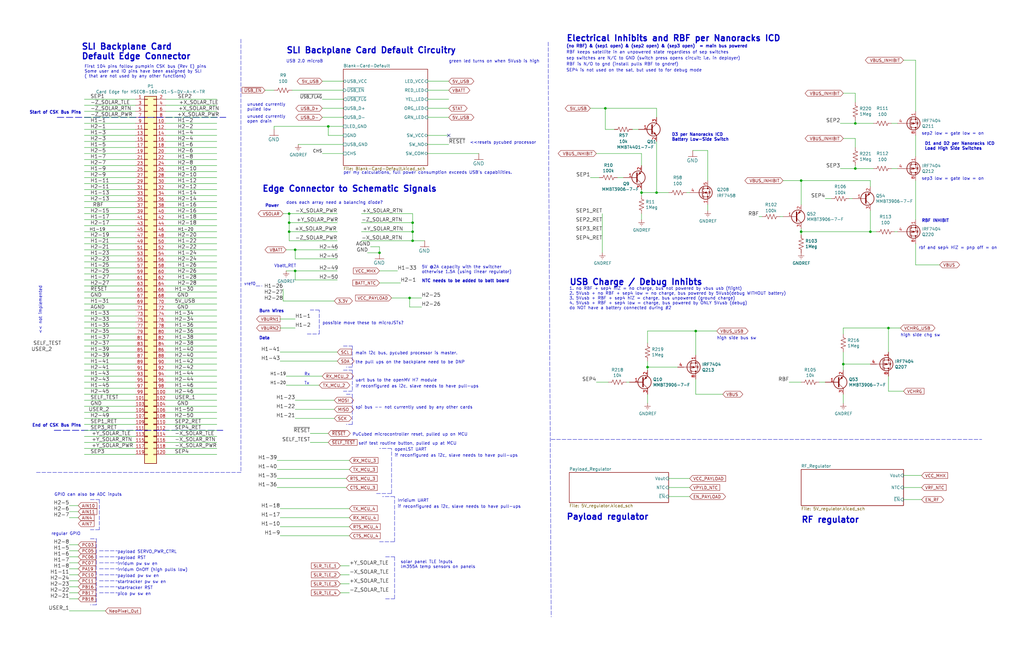
<source format=kicad_sch>
(kicad_sch (version 20211123) (generator eeschema)
  (paper "B")
  (title_block (title "Blank Card for SLI Backplane") (date "2021-11-05") (rev "A") (company "Sierra Lobo INC"))
  (junction (at 173.99 97.79))
  (junction (at 121.92 90.17))
  (junction (at 173.99 93.98))
  (junction (at 138.43 53.34))
  (junction (at 121.92 93.98))
  (junction (at 270.51 81.28))
  (junction (at 337.82 76.2))
  (junction (at 374.65 138.43))
  (junction (at 160.02 106.68))
  (junction (at 273.05 154.94))
  (junction (at 293.37 139.7))
  (junction (at 276.86 81.28))
  (junction (at 172.72 125.73))
  (junction (at 124.46 114.3))
  (junction (at 121.92 97.79))
  (junction (at 367.03 97.79))
  (junction (at 255.27 45.72))
  (junction (at 360.68 52.07))
  (junction (at 124.46 105.41))
  (junction (at 337.82 97.79))
  (junction (at 355.6 153.67))
  (junction (at 173.99 101.6))
  (junction (at 360.68 71.12))
  (no_connect (at 189.23 57.15))
  (wire (pts (xy 91.44 125.73) (xy 69.85 125.73)))
  (wire (pts (xy 91.44 49.53) (xy 69.85 49.53)))
  (polyline (pts (xy 38.1 227.33) (xy 40.64 227.33)))
  (wire (pts (xy 273.05 152.4) (xy 273.05 154.94)))
  (wire (pts (xy 29.21 252.73) (xy 33.02 252.73)))
  (polyline (pts (xy 162.56 252.73) (xy 166.37 252.73)))
  (wire (pts (xy 276.86 45.72) (xy 276.86 49.53)))
  (polyline (pts (xy 101.6 16.51) (xy 101.6 199.39)))
  (wire (pts (xy 91.44 59.69) (xy 69.85 59.69)))
  (wire (pts (xy 57.15 118.11) (xy 35.56 118.11)))
  (wire (pts (xy 189.23 45.72) (xy 180.34 45.72)))
  (wire (pts (xy 91.44 181.61) (xy 69.85 181.61)))
  (wire (pts (xy 57.15 125.73) (xy 35.56 125.73)))
  (wire (pts (xy 91.44 158.75) (xy 69.85 158.75)))
  (wire (pts (xy 57.15 120.65) (xy 35.56 120.65)))
  (wire (pts (xy 180.34 64.77) (xy 201.93 64.77)))
  (wire (pts (xy 118.11 138.43) (xy 124.46 138.43)))
  (wire (pts (xy 255.27 54.61) (xy 259.08 54.61)))
  (wire (pts (xy 130.81 182.88) (xy 138.43 182.88)))
  (wire (pts (xy 355.6 153.67) (xy 355.6 156.21)))
  (polyline (pts (xy 107.95 120.65) (xy 110.49 120.65)))
  (wire (pts (xy 270.51 90.17) (xy 270.51 92.71)))
  (wire (pts (xy 360.68 39.37) (xy 360.68 43.18)))
  (wire (pts (xy 135.89 45.72) (xy 144.78 45.72)))
  (wire (pts (xy 29.21 247.65) (xy 33.02 247.65)))
  (polyline (pts (xy 144.78 156.21) (xy 148.59 156.21)))
  (wire (pts (xy 57.15 171.45) (xy 35.56 171.45)))
  (wire (pts (xy 140.97 176.53) (xy 124.46 176.53)))
  (wire (pts (xy 273.05 166.37) (xy 273.05 170.18)))
  (wire (pts (xy 189.23 34.29) (xy 180.34 34.29)))
  (wire (pts (xy 57.15 67.31) (xy 35.56 67.31)))
  (wire (pts (xy 328.93 91.44) (xy 330.2 91.44)))
  (wire (pts (xy 57.15 140.97) (xy 35.56 140.97)))
  (wire (pts (xy 91.44 156.21) (xy 69.85 156.21)))
  (wire (pts (xy 367.03 97.79) (xy 369.57 97.79)))
  (polyline (pts (xy 49.53 240.03) (xy 49.53 240.03)))
  (wire (pts (xy 124.46 118.11) (xy 124.46 114.3)))
  (wire (pts (xy 29.21 237.49) (xy 33.02 237.49)))
  (polyline (pts (xy 166.37 228.6) (xy 166.37 209.55)))
  (wire (pts (xy 91.44 85.09) (xy 69.85 85.09)))
  (polyline (pts (xy 40.64 255.27) (xy 38.1 255.27)))
  (wire (pts (xy 57.15 41.91) (xy 35.56 41.91)))
  (polyline (pts (xy 41.91 237.49) (xy 49.53 237.49)))
  (wire (pts (xy 91.44 67.31) (xy 69.85 67.31)))
  (wire (pts (xy 173.99 93.98) (xy 152.4 93.98)))
  (wire (pts (xy 121.92 97.79) (xy 121.92 101.6)))
  (wire (pts (xy 355.6 58.42) (xy 360.68 58.42)))
  (wire (pts (xy 386.08 102.87) (xy 386.08 111.76)))
  (polyline (pts (xy 162.56 234.95) (xy 166.37 234.95)))
  (wire (pts (xy 91.44 128.27) (xy 69.85 128.27)))
  (polyline (pts (xy 49.53 237.49) (xy 49.53 237.49)))
  (wire (pts (xy 57.15 62.23) (xy 35.56 62.23)))
  (wire (pts (xy 57.15 151.13) (xy 35.56 151.13)))
  (wire (pts (xy 156.21 104.14) (xy 160.02 104.14)))
  (polyline (pts (xy 146.05 166.37) (xy 148.59 166.37)))
  (wire (pts (xy 320.04 91.44) (xy 321.31 91.44)))
  (wire (pts (xy 173.99 90.17) (xy 173.99 93.98)))
  (wire (pts (xy 285.75 154.94) (xy 273.05 154.94)))
  (polyline (pts (xy 101.6 199.39) (xy 15.24 199.39)))
  (polyline (pts (xy 41.91 234.95) (xy 49.53 234.95)))
  (wire (pts (xy 142.24 148.59) (xy 118.11 148.59)))
  (wire (pts (xy 91.44 191.77) (xy 69.85 191.77)))
  (wire (pts (xy 360.68 71.12) (xy 354.33 71.12)))
  (wire (pts (xy 91.44 62.23) (xy 69.85 62.23)))
  (wire (pts (xy 337.82 76.2) (xy 337.82 86.36)))
  (wire (pts (xy 57.15 130.81) (xy 35.56 130.81)))
  (polyline (pts (xy 41.91 242.57) (xy 49.53 242.57)))
  (wire (pts (xy 189.23 49.53) (xy 180.34 49.53)))
  (wire (pts (xy 140.97 168.91) (xy 124.46 168.91)))
  (wire (pts (xy 57.15 59.69) (xy 35.56 59.69)))
  (wire (pts (xy 270.51 64.77) (xy 270.51 69.85)))
  (wire (pts (xy 358.14 83.82) (xy 359.41 83.82)))
  (wire (pts (xy 273.05 156.21) (xy 273.05 154.94)))
  (wire (pts (xy 337.82 96.52) (xy 337.82 97.79)))
  (wire (pts (xy 91.44 184.15) (xy 69.85 184.15)))
  (wire (pts (xy 177.8 125.73) (xy 172.72 125.73)))
  (wire (pts (xy 116.84 194.31) (xy 147.32 194.31)))
  (wire (pts (xy 367.03 153.67) (xy 355.6 153.67)))
  (polyline (pts (xy 148.59 146.05) (xy 148.59 154.94)))
  (wire (pts (xy 355.6 138.43) (xy 355.6 140.97)))
  (polyline (pts (xy 41.91 210.82) (xy 41.91 223.52)))
  (wire (pts (xy 123.19 38.1) (xy 144.78 38.1)))
  (wire (pts (xy 276.86 81.28) (xy 281.94 81.28)))
  (wire (pts (xy 355.6 166.37) (xy 355.6 170.18)))
  (polyline (pts (xy 41.91 245.11) (xy 49.53 245.11)))
  (wire (pts (xy 57.15 153.67) (xy 35.56 153.67)))
  (wire (pts (xy 143.51 250.19) (xy 147.32 250.19)))
  (wire (pts (xy 121.92 90.17) (xy 121.92 93.98)))
  (wire (pts (xy 119.38 90.17) (xy 121.92 90.17)))
  (wire (pts (xy 270.51 81.28) (xy 270.51 82.55)))
  (wire (pts (xy 125.73 60.96) (xy 144.78 60.96)))
  (wire (pts (xy 91.44 54.61) (xy 69.85 54.61)))
  (wire (pts (xy 167.64 114.3) (xy 160.02 114.3)))
  (wire (pts (xy 91.44 82.55) (xy 69.85 82.55)))
  (wire (pts (xy 57.15 181.61) (xy 35.56 181.61)))
  (wire (pts (xy 57.15 148.59) (xy 35.56 148.59)))
  (polyline (pts (xy 148.59 179.07) (xy 146.05 179.07)))
  (wire (pts (xy 116.84 198.12) (xy 147.32 198.12)))
  (polyline (pts (xy 166.37 209.55) (xy 161.29 209.55)))
  (wire (pts (xy 57.15 156.21) (xy 35.56 156.21)))
  (wire (pts (xy 135.89 64.77) (xy 144.78 64.77)))
  (wire (pts (xy 91.44 173.99) (xy 69.85 173.99)))
  (wire (pts (xy 355.6 148.59) (xy 355.6 153.67)))
  (wire (pts (xy 138.43 57.15) (xy 138.43 53.34)))
  (polyline (pts (xy 148.59 154.94) (xy 146.05 154.94)))
  (wire (pts (xy 91.44 186.69) (xy 69.85 186.69)))
  (wire (pts (xy 57.15 69.85) (xy 35.56 69.85)))
  (wire (pts (xy 189.23 60.96) (xy 180.34 60.96)))
  (wire (pts (xy 355.6 39.37) (xy 360.68 39.37)))
  (wire (pts (xy 57.15 95.25) (xy 35.56 95.25)))
  (wire (pts (xy 330.2 76.2) (xy 337.82 76.2)))
  (wire (pts (xy 273.05 139.7) (xy 273.05 144.78)))
  (polyline (pts (xy 134.62 130.81) (xy 130.81 130.81)))
  (wire (pts (xy 57.15 52.07) (xy 35.56 52.07)))
  (polyline (pts (xy 158.75 208.28) (xy 165.1 208.28)))
  (wire (pts (xy 91.44 168.91) (xy 69.85 168.91)))
  (wire (pts (xy 91.44 151.13) (xy 69.85 151.13)))
  (wire (pts (xy 289.56 81.28) (xy 290.83 81.28)))
  (wire (pts (xy 57.15 44.45) (xy 35.56 44.45)))
  (polyline (pts (xy 40.64 227.33) (xy 40.64 255.27)))
  (wire (pts (xy 252.73 74.93) (xy 248.92 74.93)))
  (wire (pts (xy 381 25.4) (xy 386.08 25.4)))
  (wire (pts (xy 367.03 88.9) (xy 367.03 97.79)))
  (wire (pts (xy 57.15 46.99) (xy 35.56 46.99)))
  (wire (pts (xy 57.15 158.75) (xy 35.56 158.75)))
  (wire (pts (xy 57.15 113.03) (xy 35.56 113.03)))
  (wire (pts (xy 121.92 101.6) (xy 142.24 101.6)))
  (wire (pts (xy 33.02 218.44) (xy 29.21 218.44)))
  (wire (pts (xy 172.72 129.54) (xy 177.8 129.54)))
  (wire (pts (xy 168.91 119.38) (xy 160.02 119.38)))
  (wire (pts (xy 91.44 87.63) (xy 69.85 87.63)))
  (wire (pts (xy 374.65 138.43) (xy 374.65 148.59)))
  (wire (pts (xy 29.21 242.57) (xy 33.02 242.57)))
  (wire (pts (xy 293.37 160.02) (xy 293.37 166.37)))
  (wire (pts (xy 270.51 80.01) (xy 270.51 81.28)))
  (wire (pts (xy 57.15 54.61) (xy 35.56 54.61)))
  (polyline (pts (xy 41.91 240.03) (xy 49.53 240.03)))
  (wire (pts (xy 266.7 54.61) (xy 269.24 54.61)))
  (wire (pts (xy 29.21 232.41) (xy 33.02 232.41)))
  (wire (pts (xy 298.45 63.5) (xy 292.1 63.5)))
  (wire (pts (xy 91.44 72.39) (xy 69.85 72.39)))
  (wire (pts (xy 381 205.74) (xy 388.62 205.74)))
  (wire (pts (xy 302.26 139.7) (xy 293.37 139.7)))
  (wire (pts (xy 120.65 162.56) (xy 134.62 162.56)))
  (wire (pts (xy 135.89 41.91) (xy 144.78 41.91)))
  (wire (pts (xy 91.44 153.67) (xy 69.85 153.67)))
  (wire (pts (xy 248.92 45.72) (xy 255.27 45.72)))
  (wire (pts (xy 293.37 166.37) (xy 304.8 166.37)))
  (wire (pts (xy 172.72 125.73) (xy 172.72 129.54)))
  (polyline (pts (xy 134.62 140.97) (xy 134.62 130.81)))
  (wire (pts (xy 57.15 107.95) (xy 35.56 107.95)))
  (wire (pts (xy 57.15 168.91) (xy 35.56 168.91)))
  (wire (pts (xy 57.15 166.37) (xy 35.56 166.37)))
  (wire (pts (xy 124.46 114.3) (xy 142.24 114.3)))
  (wire (pts (xy 124.46 109.22) (xy 142.24 109.22)))
  (wire (pts (xy 386.08 76.2) (xy 386.08 92.71)))
  (polyline (pts (xy 148.59 165.1) (xy 144.78 165.1)))
  (wire (pts (xy 360.68 50.8) (xy 360.68 52.07)))
  (wire (pts (xy 377.19 97.79) (xy 378.46 97.79)))
  (wire (pts (xy 189.23 57.15) (xy 180.34 57.15)))
  (wire (pts (xy 360.68 58.42) (xy 360.68 62.23)))
  (wire (pts (xy 337.82 97.79) (xy 337.82 99.06)))
  (polyline (pts (xy 24.13 49.53) (xy 95.25 49.53)) (stroke (width 0.254)))
  (wire (pts (xy 116.84 201.93) (xy 146.05 201.93)))
  (wire (pts (xy 270.51 81.28) (xy 276.86 81.28)))
  (wire (pts (xy 143.51 246.38) (xy 147.32 246.38)))
  (wire (pts (xy 33.02 250.19) (xy 29.21 250.19)))
  (wire (pts (xy 135.89 34.29) (xy 144.78 34.29)))
  (wire (pts (xy 154.94 106.68) (xy 160.02 106.68)))
  (wire (pts (xy 91.44 123.19) (xy 69.85 123.19)))
  (wire (pts (xy 57.15 105.41) (xy 35.56 105.41)))
  (wire (pts (xy 91.44 148.59) (xy 69.85 148.59)))
  (wire (pts (xy 179.07 101.6) (xy 173.99 101.6)))
  (wire (pts (xy 386.08 111.76) (xy 396.24 111.76)))
  (wire (pts (xy 57.15 74.93) (xy 35.56 74.93)))
  (wire (pts (xy 57.15 135.89) (xy 35.56 135.89)))
  (wire (pts (xy 116.84 205.74) (xy 146.05 205.74)))
  (wire (pts (xy 91.44 80.01) (xy 69.85 80.01)))
  (wire (pts (xy 91.44 107.95) (xy 69.85 107.95)))
  (wire (pts (xy 57.15 90.17) (xy 35.56 90.17)))
  (wire (pts (xy 57.15 191.77) (xy 35.56 191.77)))
  (polyline (pts (xy 166.37 234.95) (xy 166.37 252.73)))
  (wire (pts (xy 118.11 222.25) (xy 147.32 222.25)))
  (wire (pts (xy 57.15 173.99) (xy 35.56 173.99)))
  (wire (pts (xy 375.92 71.12) (xy 378.46 71.12)))
  (polyline (pts (xy 22.86 181.61) (xy 93.98 181.61)) (stroke (width 0.254)))
  (wire (pts (xy 255.27 54.61) (xy 255.27 45.72)))
  (wire (pts (xy 57.15 49.53) (xy 35.56 49.53)))
  (wire (pts (xy 173.99 97.79) (xy 152.4 97.79)))
  (wire (pts (xy 91.44 44.45) (xy 69.85 44.45)))
  (wire (pts (xy 57.15 138.43) (xy 35.56 138.43)))
  (wire (pts (xy 367.03 76.2) (xy 367.03 78.74)))
  (wire (pts (xy 57.15 146.05) (xy 35.56 146.05)))
  (wire (pts (xy 91.44 90.17) (xy 69.85 90.17)))
  (polyline (pts (xy 160.02 228.6) (xy 166.37 228.6)))
  (wire (pts (xy 57.15 92.71) (xy 35.56 92.71)))
  (wire (pts (xy 91.44 41.91) (xy 69.85 41.91)))
  (wire (pts (xy 251.46 64.77) (xy 270.51 64.77)))
  (wire (pts (xy 91.44 143.51) (xy 69.85 143.51)))
  (polyline (pts (xy 41.91 247.65) (xy 49.53 247.65)))
  (wire (pts (xy 57.15 110.49) (xy 35.56 110.49)))
  (wire (pts (xy 140.97 172.72) (xy 124.46 172.72)))
  (wire (pts (xy 91.44 146.05) (xy 69.85 146.05)))
  (wire (pts (xy 57.15 115.57) (xy 35.56 115.57)))
  (wire (pts (xy 173.99 93.98) (xy 173.99 97.79)))
  (wire (pts (xy 57.15 128.27) (xy 35.56 128.27)))
  (wire (pts (xy 290.83 201.93) (xy 281.94 201.93)))
  (wire (pts (xy 91.44 69.85) (xy 69.85 69.85)))
  (wire (pts (xy 91.44 179.07) (xy 69.85 179.07)))
  (wire (pts (xy 144.78 57.15) (xy 138.43 57.15)))
  (wire (pts (xy 91.44 110.49) (xy 69.85 110.49)))
  (polyline (pts (xy 1041.4 464.82) (xy 1041.4 452.12)))
  (wire (pts (xy 57.15 133.35) (xy 35.56 133.35)))
  (wire (pts (xy 57.15 85.09) (xy 35.56 85.09)))
  (polyline (pts (xy 165.1 208.28) (xy 165.1 189.23)))
  (wire (pts (xy 57.15 80.01) (xy 35.56 80.01)))
  (wire (pts (xy 332.74 161.29) (xy 337.82 161.29)))
  (wire (pts (xy 251.46 161.29) (xy 256.54 161.29)))
  (wire (pts (xy 189.23 38.1) (xy 180.34 38.1)))
  (wire (pts (xy 119.38 127) (xy 140.97 127)))
  (wire (pts (xy 355.6 138.43) (xy 374.65 138.43)))
  (wire (pts (xy 115.57 53.34) (xy 138.43 53.34)))
  (wire (pts (xy 298.45 63.5) (xy 298.45 76.2)))
  (wire (pts (xy 388.62 200.66) (xy 381 200.66)))
  (wire (pts (xy 91.44 166.37) (xy 69.85 166.37)))
  (polyline (pts (xy 231.14 17.78) (xy 232.41 260.35)))
  (polyline (pts (xy 129.54 140.97) (xy 134.62 140.97)))
  (wire (pts (xy 57.15 123.19) (xy 35.56 123.19)))
  (wire (pts (xy 375.92 52.07) (xy 378.46 52.07)))
  (wire (pts (xy 254 90.17) (xy 254 106.68)))
  (wire (pts (xy 91.44 57.15) (xy 69.85 57.15)))
  (wire (pts (xy 142.24 152.4) (xy 118.11 152.4)))
  (wire (pts (xy 29.21 257.81) (xy 44.45 257.81)))
  (wire (pts (xy 120.65 105.41) (xy 124.46 105.41)))
  (wire (pts (xy 273.05 139.7) (xy 293.37 139.7)))
  (wire (pts (xy 29.21 215.9) (xy 33.02 215.9)))
  (wire (pts (xy 115.57 53.34) (xy 115.57 54.61)))
  (wire (pts (xy 347.98 83.82) (xy 350.52 83.82)))
  (wire (pts (xy 91.44 163.83) (xy 69.85 163.83)))
  (wire (pts (xy 57.15 97.79) (xy 35.56 97.79)))
  (wire (pts (xy 379.73 138.43) (xy 374.65 138.43)))
  (wire (pts (xy 91.44 100.33) (xy 69.85 100.33)))
  (polyline (pts (xy 148.59 156.21) (xy 148.59 165.1)))
  (wire (pts (xy 121.92 93.98) (xy 121.92 97.79)))
  (polyline (pts (xy 165.1 189.23) (xy 160.02 189.23)))
  (wire (pts (xy 57.15 87.63) (xy 35.56 87.63)))
  (wire (pts (xy 360.68 71.12) (xy 368.3 71.12)))
  (wire (pts (xy 91.44 92.71) (xy 69.85 92.71)))
  (wire (pts (xy 255.27 45.72) (xy 276.86 45.72)))
  (wire (pts (xy 281.94 205.74) (xy 290.83 205.74)))
  (wire (pts (xy 91.44 130.81) (xy 69.85 130.81)))
  (wire (pts (xy 111.76 38.1) (xy 115.57 38.1)))
  (wire (pts (xy 119.38 127) (xy 119.38 121.92)))
  (wire (pts (xy 142.24 93.98) (xy 121.92 93.98)))
  (wire (pts (xy 124.46 134.62) (xy 118.11 134.62)))
  (wire (pts (xy 374.65 165.1) (xy 381 165.1)))
  (wire (pts (xy 293.37 139.7) (xy 293.37 149.86)))
  (wire (pts (xy 180.34 41.91) (xy 189.23 41.91)))
  (wire (pts (xy 91.44 115.57) (xy 69.85 115.57)))
  (wire (pts (xy 130.81 186.69) (xy 138.43 186.69)))
  (wire (pts (xy 260.35 74.93) (xy 262.89 74.93)))
  (wire (pts (xy 33.02 240.03) (xy 29.21 240.03)))
  (wire (pts (xy 142.24 105.41) (xy 124.46 105.41)))
  (wire (pts (xy 143.51 238.76) (xy 147.32 238.76)))
  (wire (pts (xy 91.44 77.47) (xy 69.85 77.47)))
  (wire (pts (xy 144.78 53.34) (xy 138.43 53.34)))
  (wire (pts (xy 91.44 176.53) (xy 69.85 176.53)))
  (wire (pts (xy 135.89 49.53) (xy 144.78 49.53)))
  (wire (pts (xy 91.44 118.11) (xy 69.85 118.11)))
  (wire (pts (xy 264.16 161.29) (xy 265.43 161.29)))
  (wire (pts (xy 57.15 176.53) (xy 35.56 176.53)))
  (wire (pts (xy 337.82 97.79) (xy 367.03 97.79)))
  (wire (pts (xy 381 210.82) (xy 388.62 210.82)))
  (wire (pts (xy 57.15 72.39) (xy 35.56 72.39)))
  (wire (pts (xy 91.44 105.41) (xy 69.85 105.41)))
  (wire (pts (xy 91.44 189.23) (xy 69.85 189.23)))
  (wire (pts (xy 57.15 189.23) (xy 35.56 189.23)))
  (wire (pts (xy 91.44 95.25) (xy 69.85 95.25)))
  (wire (pts (xy 91.44 74.93) (xy 69.85 74.93)))
  (wire (pts (xy 57.15 102.87) (xy 35.56 102.87)))
  (wire (pts (xy 91.44 140.97) (xy 69.85 140.97)))
  (wire (pts (xy 124.46 105.41) (xy 124.46 109.22)))
  (wire (pts (xy 143.51 242.57) (xy 147.32 242.57)))
  (wire (pts (xy 118.11 218.44) (xy 147.32 218.44)))
  (wire (pts (xy 29.21 229.87) (xy 33.02 229.87)))
  (wire (pts (xy 57.15 163.83) (xy 35.56 163.83)))
  (wire (pts (xy 57.15 184.15) (xy 35.56 184.15)))
  (polyline (pts (xy 41.91 232.41) (xy 49.53 232.41)))
  (polyline (pts (xy 38.1 210.82) (xy 41.91 210.82)))
  (wire (pts (xy 374.65 158.75) (xy 374.65 165.1)))
  (wire (pts (xy 360.68 52.07) (xy 368.3 52.07)))
  (wire (pts (xy 57.15 100.33) (xy 35.56 100.33)))
  (wire (pts (xy 91.44 171.45) (xy 69.85 171.45)))
  (wire (pts (xy 281.94 209.55) (xy 290.83 209.55)))
  (wire (pts (xy 386.08 25.4) (xy 386.08 46.99)))
  (wire (pts (xy 121.92 90.17) (xy 142.24 90.17)))
  (wire (pts (xy 91.44 120.65) (xy 69.85 120.65)))
  (wire (pts (xy 57.15 186.69) (xy 35.56 186.69)))
  (wire (pts (xy 91.44 102.87) (xy 69.85 102.87)))
  (wire (pts (xy 276.86 59.69) (xy 276.86 81.28)))
  (wire (pts (xy 57.15 143.51) (xy 35.56 143.51)))
  (wire (pts (xy 57.15 57.15) (xy 35.56 57.15)))
  (wire (pts (xy 142.24 97.79) (xy 121.92 97.79)))
  (wire (pts (xy 91.44 135.89) (xy 69.85 135.89)))
  (wire (pts (xy 160.02 104.14) (xy 160.02 106.68)))
  (wire (pts (xy 386.08 66.04) (xy 386.08 57.15)))
  (wire (pts (xy 173.99 90.17) (xy 152.4 90.17)))
  (wire (pts (xy 173.99 101.6) (xy 152.4 101.6)))
  (polyline (pts (xy 41.91 250.19) (xy 49.53 250.19)))
  (wire (pts (xy 91.44 113.03) (xy 69.85 113.03)))
  (wire (pts (xy 57.15 64.77) (xy 35.56 64.77)))
  (polyline (pts (xy 148.59 166.37) (xy 148.59 179.07)))
  (wire (pts (xy 91.44 64.77) (xy 69.85 64.77)))
  (polyline (pts (xy 41.91 223.52) (xy 38.1 223.52)))
  (wire (pts (xy 345.44 161.29) (xy 347.98 161.29)))
  (wire (pts (xy 91.44 46.99) (xy 69.85 46.99)))
  (wire (pts (xy 91.44 161.29) (xy 69.85 161.29)))
  (wire (pts (xy 91.44 97.79) (xy 69.85 97.79)))
  (wire (pts (xy 124.46 118.11) (xy 142.24 118.11)))
  (wire (pts (xy 33.02 245.11) (xy 29.21 245.11)))
  (wire (pts (xy 337.82 76.2) (xy 367.03 76.2)))
  (wire (pts (xy 360.68 69.85) (xy 360.68 71.12)))
  (wire (pts (xy 33.02 213.36) (xy 29.21 213.36)))
  (polyline (pts (xy 232.41 185.42) (xy 414.02 185.42)))
  (wire (pts (xy 57.15 179.07) (xy 35.56 179.07)))
  (wire (pts (xy 173.99 97.79) (xy 173.99 101.6)))
  (wire (pts (xy 57.15 161.29) (xy 35.56 161.29)))
  (wire (pts (xy 120.65 114.3) (xy 124.46 114.3)))
  (wire (pts (xy 354.33 52.07) (xy 360.68 52.07)))
  (wire (pts (xy 91.44 133.35) (xy 69.85 133.35)))
  (polyline (pts (xy 144.78 146.05) (xy 148.59 146.05)))
  (wire (pts (xy 91.44 138.43) (xy 69.85 138.43)))
  (wire (pts (xy 33.02 234.95) (xy 29.21 234.95)))
  (wire (pts (xy 57.15 82.55) (xy 35.56 82.55)))
  (wire (pts (xy 165.1 125.73) (xy 172.72 125.73)))
  (wire (pts (xy 118.11 226.06) (xy 147.32 226.06)))
  (wire (pts (xy 118.11 214.63) (xy 147.32 214.63)))
  (wire (pts (xy 135.89 158.75) (xy 120.65 158.75)))
  (wire (pts (xy 298.45 86.36) (xy 298.45 88.9)))
  (wire (pts (xy 35.56 77.47) (xy 57.15 77.47)))
  (wire (pts (xy 91.44 52.07) (xy 69.85 52.07)))
  (text "rbf and sep4 HiZ = pnp off = on" (at 387.35 105.41 0) (effects (font (size 1.27 1.27)) (justify left bottom)))
  (text "SEP4 is not used on the sat, but used to for debug mode" (at 238.76 30.48 0) (effects (font (size 1.27 1.27)) (justify left bottom)))
  (text "pico pw sw en" (at 49.53 251.46 0) (effects (font (size 1.27 1.27)) (justify left bottom)))
  (text "possible move these to microJSTs?" (at 135.89 137.16 0) (effects (font (size 1.27 1.27)) (justify left bottom)))
  (text "high side chg sw" (at 379.73 142.24 0) (effects (font (size 1.27 1.27)) (justify left bottom)))
  (text "Power" (at 111.76 87.63 0) (effects (font (size 1.27 1.27) (thickness 0.254) bold) (justify left bottom)))
  (text "if reconfigured as i2c, slave needs to have pull-ups" (at 149.86 163.83 0) (effects (font (size 1.27 1.27)) (justify left bottom)))
  (text "RBF is N/O to gnd (install pulls RBF to gndref)" (at 238.76 27.94 0) (effects (font (size 1.27 1.27)) (justify left bottom)))
  (text "Tx" (at 128.27 162.56 0) (effects (font (size 1.27 1.27)) (justify left bottom)))
  (text "RBF INHIBIT" (at 388.62 93.98 0) (effects (font (size 1.27 1.27) (thickness 0.254) bold) (justify left bottom)))
  (text "irridum OnOff (high pulls low)" (at 49.53 241.3 0) (effects (font (size 1.27 1.27)) (justify left bottom)))
  (text "spi bus -- not currently used by any other cards" (at 149.86 172.72 0) (effects (font (size 1.27 1.27)) (justify left bottom)))
  (text "NTC needs to be added to batt board" (at 177.8 119.38 0) (effects (font (size 1.27 1.27) (thickness 0.254) bold) (justify left bottom)))
  (text "SLI Backplane Card \nDefault Edge Connector" (at 34.29 25.4 0) (effects (font (size 2.54 2.54) (thickness 0.508) bold) (justify left bottom)))
  (text "Data" (at 109.22 143.51 0) (effects (font (size 1.27 1.27) (thickness 0.254) bold) (justify left bottom)))
  (text "solar panel TLE inputs\nlm355A temp sensors on panels" (at 168.91 240.03 0) (effects (font (size 1.27 1.27)) (justify left bottom)))
  (text "sep2 low = gate low = on" (at 388.62 57.15 0) (effects (font (size 1.27 1.27)) (justify left bottom)))
  (text "Start of CSK Bus Pins" (at 34.29 48.26 180) (effects (font (size 1.27 1.27) (thickness 0.254) bold) (justify right bottom)))
  (text "PuCubed microcontroller reset, pulled up on MCU" (at 148.59 184.15 0) (effects (font (size 1.27 1.27)) (justify left bottom)))
  (text "USB 2.0 microB" (at 120.65 26.67 0) (effects (font (size 1.27 1.27)) (justify left bottom)))
  (text "regular GPIO" (at 21.59 226.06 0) (effects (font (size 1.27 1.27)) (justify left bottom)))
  (text "Irridium UART" (at 167.64 212.09 0) (effects (font (size 1.27 1.27)) (justify left bottom)))
  (text "startracker pw sw en" (at 49.53 246.38 0) (effects (font (size 1.27 1.27)) (justify left bottom)))
  (text "startracker RST" (at 49.53 248.92 0) (effects (font (size 1.27 1.27)) (justify left bottom)))
  (text "5V @2A capacity with the switcher\notherwise 1.5A (using linear regulator)" (at 177.8 115.57 0) (effects (font (size 1.27 1.27)) (justify left bottom)))
  (text "if reconfigured as i2c, slave needs to have pull-ups" (at 167.64 214.63 0) (effects (font (size 1.27 1.27)) (justify left bottom)))
  (text "D3 per Nanoracks ICD\nBattery Low-Side Switch" (at 283.21 59.69 0) (effects (font (size 1.27 1.27) (thickness 0.254) bold) (justify left bottom)))
  (text "D1 and D2 per Nanoracks ICD\nLoad High Side Switches" (at 389.89 63.5 0) (effects (font (size 1.27 1.27) (thickness 0.254) bold) (justify left bottom)))
  (text "unused currently \nopen drain" (at 104.14 52.07 0) (effects (font (size 1.27 1.27)) (justify left bottom)))
  (text "openLST UART" (at 166.37 190.5 0) (effects (font (size 1.27 1.27)) (justify left bottom)))
  (text "GPIO can also be ADC inputs" (at 22.86 209.55 0) (effects (font (size 1.27 1.27)) (justify left bottom)))
  (text "unused currently\npulled low" (at 104.14 46.99 0) (effects (font (size 1.27 1.27)) (justify left bottom)))
  (text "sep switches are N/C to GND (switch press opens circuit; i.e. in deployer)" (at 238.76 25.4 0) (effects (font (size 1.27 1.27)) (justify left bottom)))
  (text "main i2c bus, pycubed processor is master. " (at 149.86 149.86 0) (effects (font (size 1.27 1.27)) (justify left bottom)))
  (text "sep3 low = gate low = on" (at 388.62 76.2 0) (effects (font (size 1.27 1.27)) (justify left bottom)))
  (text "uart bus to the openMV H7 module" (at 149.86 161.29 0) (effects (font (size 1.27 1.27)) (justify left bottom)))
  (text "payload RST" (at 49.53 236.22 0) (effects (font (size 1.27 1.27)) (justify left bottom)))
  (text "does each array need a balancing diode?" (at 120.65 86.36 0) (effects (font (size 1.27 1.27)) (justify left bottom)))
  (text "RF regulator" (at 337.82 220.98 0) (effects (font (size 2.54 2.54) (thickness 0.508) bold) (justify left bottom)))
  (text "USB Charge / Debug Inhibts" (at 240.03 120.65 0) (effects (font (size 2.54 2.54) (thickness 0.508) bold) (justify left bottom)))
  (text "RBF keeps satellite in an unpowered state regardless of sep switches" (at 238.76 22.86 0) (effects (font (size 1.27 1.27)) (justify left bottom)))
  (text "vref0" (at 102.87 120.65 0) (effects (font (size 1.27 1.27)) (justify left bottom)))
  (text "Rx" (at 128.27 158.75 0) (effects (font (size 1.27 1.27)) (justify left bottom)))
  (text "self test routine button, pulled up at MCU" (at 151.13 187.96 0) (effects (font (size 1.27 1.27)) (justify left bottom)))
  (text "1. no RBF + sep4 hiZ = no charge, bus not powered by vbus usb (flight)\n2. 5Vusb + no RBF + sep4 low = no charge, bus powered by 5Vusb(debug WITHOUT battery)\n3. 5Vusb + RBF + sep4 hiZ = charge, bus unpowered (ground charge)\n4. 5Vusb + RBF + sep4 low = charge, bus powered by ONLY 5Vusb (debug)\ndo NOT have a battery connected during #2\n" (at 240.03 130.81 0) (effects (font (size 1.27 1.27)) (justify left bottom)))
  (text "<< not implemented" (at 17.78 140.97 90) (effects (font (size 1.27 1.27)) (justify left bottom)))
  (text "green led turns on when 5Vusb is high" (at 189.23 26.67 0) (effects (font (size 1.27 1.27)) (justify left bottom)))
  (text "Burn Wires" (at 109.22 132.08 0) (effects (font (size 1.27 1.27) (thickness 0.254) bold) (justify left bottom)))
  (text "Edge Connector to Schematic Signals" (at 110.49 81.28 0) (effects (font (size 2.54 2.54) (thickness 0.508) bold) (justify left bottom)))
  (text "high side bus sw" (at 302.26 143.51 0) (effects (font (size 1.27 1.27)) (justify left bottom)))
  (text "SLI Backplane Card Default Circuitry" (at 120.65 22.86 0) (effects (font (size 2.54 2.54) (thickness 0.508) bold) (justify left bottom)))
  (text "<<resets pycubed processor" (at 198.12 60.96 0) (effects (font (size 1.27 1.27)) (justify left bottom)))
  (text "if reconfigured as i2c, slave needs to have pull-ups" (at 166.37 193.04 0) (effects (font (size 1.27 1.27)) (justify left bottom)))
  (text "End of CSK Bus Pins" (at 34.29 180.34 180) (effects (font (size 1.27 1.27) (thickness 0.254) bold) (justify right bottom)))
  (text "Electrical Inhibits and RBF per Nanoracks ICD" (at 238.76 17.78 0) (effects (font (size 2.54 2.54) (thickness 0.508) bold) (justify left bottom)))
  (text "irridum pw sw en" (at 49.53 238.76 0) (effects (font (size 1.27 1.27)) (justify left bottom)))
  (text "Vbatt_RET" (at 115.57 113.03 0) (effects (font (size 1.27 1.27)) (justify left bottom)))
  (text "payload pw sw en" (at 49.53 243.84 0) (effects (font (size 1.27 1.27)) (justify left bottom)))
  (text "the pull ups on the backplane need to be DNP" (at 149.86 153.67 0) (effects (font (size 1.27 1.27)) (justify left bottom)))
  (text "(no RBF) & (sep1 open) & (sep2 open) & (sep3 open)  = main bus powered" (at 238.76 20.32 0) (effects (font (size 1.27 1.27) (thickness 0.254) bold) (justify left bottom)))
  (text "per my calculations, full power consumption exceeds USB's capabilities." (at 144.78 73.66 0) (effects (font (size 1.27 1.27)) (justify left bottom)))
  (text "payload SERVO_PWR_CTRL" (at 49.53 233.68 0) (effects (font (size 1.27 1.27)) (justify left bottom)))
  (text "Payload regulator" (at 238.76 219.71 0) (effects (font (size 2.54 2.54) (thickness 0.508) bold) (justify left bottom)))
  (text "First 104 pins follow pumpkin CSK bus (Rev E) pins\nSome user and IO pins have been assigned by SLI \n( that are not used by any other functions)" (at 35.56 33.02 0) (effects (font (size 1.27 1.27)) (justify left bottom)))
  (label "H1-28" (at 74.93 118.11 0) (effects (font (size 1.524 1.524))))
  (label "~{RESET}" (at 130.81 182.88 180) (effects (font (size 1.524 1.524))))
  (label "H2-16" (at 74.93 90.17 0) (effects (font (size 1.524 1.524))))
  (label "SEP3_RET" (at 254 97.79 180) (effects (font (size 1.524 1.524))))
  (label "H1-33" (at 167.64 114.3 0) (effects (font (size 1.524 1.524))))
  (label "SEP2_RET" (at 73.66 179.07 0) (effects (font (size 1.524 1.524))))
  (label "H1-8" (at 74.93 67.31 0) (effects (font (size 1.524 1.524))))
  (label "H2-50" (at 134.62 118.11 0) (effects (font (size 1.524 1.524))))
  (label "H1-21" (at 38.1 102.87 0) (effects (font (size 1.524 1.524))))
  (label "+X_SOLAR_PWR" (at 124.206 97.79 0) (effects (font (size 1.524 1.524))))
  (label "H1-16" (at 74.93 87.63 0) (effects (font (size 1.524 1.524))))
  (label "H1-1" (at 124.46 134.62 0) (effects (font (size 1.524 1.524))))
  (label "H2-35" (at 38.1 140.97 0) (effects (font (size 1.524 1.524))))
  (label "SELF_TEST" (at 38.1 168.91 0) (effects (font (size 1.524 1.524))))
  (label "H1-35" (at 38.1 138.43 0) (effects (font (size 1.524 1.524))))
  (label "RBF" (at 39.116 87.63 0) (effects (font (size 1.524 1.524))))
  (label "H2-24" (at 29.21 245.11 180) (effects (font (size 1.524 1.524))))
  (label "H2-22" (at 74.93 105.41 0) (effects (font (size 1.524 1.524))))
  (label "H1-7" (at 29.21 237.49 180) (effects (font (size 1.524 1.524))))
  (label "H2-21" (at 29.21 252.73 180) (effects (font (size 1.524 1.524))))
  (label "H2-33" (at 38.1 135.89 0) (effects (font (size 1.524 1.524))))
  (label "SEP3_RET" (at 38.1 181.61 0) (effects (font (size 1.524 1.524))))
  (label "H2-9" (at 38.1 74.93 0) (effects (font (size 1.524 1.524))))
  (label "H1-21" (at 124.46 176.53 180) (effects (font (size 1.524 1.524))))
  (label "CHS" (at 135.89 64.77 180))
  (label "H1-2" (at 74.93 52.07 0) (effects (font (size 1.524 1.524))))
  (label "H1-10" (at 118.11 222.25 180) (effects (font (size 1.524 1.524))))
  (label "H2-14" (at 74.93 85.09 0) (effects (font (size 1.524 1.524))))
  (label "H2-45" (at 38.1 166.37 0) (effects (font (size 1.524 1.524))))
  (label "H1-34" (at 73.66 133.35 0) (effects (font (size 1.524 1.524))))
  (label "H1-11" (at 38.1 77.47 0) (effects (font (size 1.524 1.524))))
  (label "H1-36" (at 73.66 138.43 0) (effects (font (size 1.524 1.524))))
  (label "H2-8" (at 29.21 229.87 180) (effects (font (size 1.524 1.524))))
  (label "+Y_SOLAR_TLE" (at 147.32 238.76 0) (effects (font (size 1.524 1.524))))
  (label "SEP4" (at 73.66 191.77 0) (effects (font (size 1.524 1.524))))
  (label "H1-41" (at 38.1 153.67 0) (effects (font (size 1.524 1.524))))
  (label "H2-25" (at 38.1 115.57 0) (effects (font (size 1.524 1.524))))
  (label "~{RESET}" (at 189.23 60.96 0) (effects (font (size 1.524 1.524))))
  (label "H1-5" (at 29.21 232.41 180) (effects (font (size 1.524 1.524))))
  (label "SEP3" (at 354.33 71.12 180) (effects (font (size 1.524 1.524))))
  (label "H1-46" (at 73.66 163.83 0) (effects (font (size 1.524 1.524))))
  (label "+X_SOLAR_TLE" (at 75.438 44.45 0) (effects (font (size 1.524 1.524))))
  (label "H1-20" (at 120.65 162.56 180))
  (label "H2-28" (at 119.38 127 180) (effects (font (size 1.524 1.524))))
  (label "H1-9" (at 118.11 226.06 180) (effects (font (size 1.524 1.524))))
  (label "H1-20" (at 74.93 97.79 0))
  (label "H1-39" (at 38.1 148.59 0) (effects (font (size 1.524 1.524))))
  (label "-Z_SOLAR_PWR" (at 124.46 101.6 0) (effects (font (size 1.524 1.524))))
  (label "H2-19" (at 38.1 100.33 0) (effects (font (size 1.524 1.524))))
  (label "H2-38" (at 73.66 146.05 0) (effects (font (size 1.524 1.524))))
  (label "SELF_TEST" (at 130.81 186.69 180) (effects (font (size 1.524 1.524))))
  (label "GND" (at 155.194 106.68 180) (effects (font (size 1.524 1.524))))
  (label "~{RESET}" (at 38.1 123.19 0) (effects (font (size 1.524 1.524))))
  (label "H1-33" (at 38.1 133.35 0) (effects (font (size 1.524 1.524))))
  (label "H1-25" (at 38.1 113.03 0) (effects (font (size 1.524 1.524))))
  (label "+X_SOLAR_PWR" (at 74.676 49.53 0) (effects (font (size 1.524 1.524))))
  (label "H2-42" (at 73.66 156.21 0) (effects (font (size 1.524 1.524))))
  (label "H2-28" (at 74.93 120.65 0) (effects (font (size 1.524 1.524))))
  (label "H2-44" (at 73.66 161.29 0) (effects (font (size 1.524 1.524))))
  (label "-Z_SOLAR_TLE" (at 38.1 44.45 0) (effects (font (size 1.524 1.524))))
  (label "H2-46" (at 73.66 166.37 0) (effects (font (size 1.524 1.524))))
  (label "H2-18" (at 74.93 95.25 0) (effects (font (size 1.524 1.524))))
  (label "USER_2" (at 37.338 173.99 0) (effects (font (size 1.524 1.524))))
  (label "-X_SOLAR_PWR" (at 73.66 189.23 0) (effects (font (size 1.524 1.524))))
  (label "H1-40" (at 73.66 148.59 0) (effects (font (size 1.524 1.524))))
  (label "H2-24" (at 74.93 110.49 0) (effects (font (size 1.524 1.524))))
  (label "-Z_SOLAR_RTN" (at 38.1 46.99 0) (effects (font (size 1.524 1.524))))
  (label "SEP2" (at 74.93 41.91 0) (effects (font (size 1.524 1.524))))
  (label "USER_1" (at 29.21 257.81 180) (effects (font (size 1.524 1.524))))
  (label "H1-45" (at 38.1 163.83 0) (effects (font (size 1.524 1.524))))
  (label "H2-20" (at 74.93 100.33 0) (effects (font (size 1.524 1.524))))
  (label "H1-12" (at 74.93 77.47 0) (effects (font (size 1.524 1.524))))
  (label "+Y_SOLAR_RTN" (at 38.608 186.69 0) (effects (font (size 1.524 1.524))))
  (label "-X_SOLAR_TLE" (at 147.32 242.57 0) (effects (font (size 1.524 1.524))))
  (label "H1-22" (at 124.46 172.72 180) (effects (font (size 1.524 1.524))))
  (label "GND" (at 74.676 171.45 0) (effects (font (size 1.524 1.524))))
  (label "H1-11" (at 29.21 242.57 180) (effects (font (size 1.524 1.524))))
  (label "+Y_SOLAR_TLE" (at 38.608 184.15 0) (effects (font (size 1.524 1.524))))
  (label "SEP1" (at 248.92 74.93 180) (effects (font (size 1.524 1.524))))
  (label "H2-34" (at 73.66 135.89 0) (effects (font (size 1.524 1.524))))
  (label "H1-17" (at 38.1 92.71 0) (effects (font (size 1.524 1.524))))
  (label "H1-26" (at 74.93 113.03 0) (effects (font (size 1.524 1.524))))
  (label "-X_SOLAR_TLE" (at 73.66 184.15 0) (effects (font (size 1.524 1.524))))
  (label "H2-4" (at 74.93 59.69 0) (effects (font (size 1.524 1.524))))
  (label "RBF" (at 332.74 161.29 180) (effects (font (size 1.524 1.524))))
  (label "H2-46" (at 134.62 105.41 0) (effects (font (size 1.524 1.524))))
  (label "RBF" (at 320.04 91.44 180) (effects (font (size 1.524 1.524))))
  (label "H2-27" (at 38.1 120.65 0) (effects (font (size 1.524 1.524))))
  (label "SELF_TEST" (at 13.97 146.05 0) (effects (font (size 1.524 1.524))))
  (label "H1-17" (at 118.11 218.44 180) (effects (font (size 1.524 1.524))))
  (label "H2-39" (at 38.1 151.13 0) (effects (font (size 1.524 1.524))))
  (label "H2-11" (at 38.1 80.01 0) (effects (font (size 1.524 1.524))))
  (label "H1-19" (at 120.65 158.75 180))
  (label "H2-6" (at 29.21 215.9 180) (effects (font (size 1.524 1.524))))
  (label "+Y_SOLAR_RTN" (at 152.908 97.79 0) (effects (font (size 1.524 1.524))))
  (label "-Z_SOLAR_RTN" (at 152.4 93.98 0) (effects (font (size 1.524 1.524))))
  (label "H1-36" (at 116.84 205.74 180) (effects (font (size 1.524 1.524))))
  (label "H2-22" (at 29.21 250.19 180) (effects (font (size 1.524 1.524))))
  (label "H2-13" (at 38.1 85.09 0) (effects (font (size 1.524 1.524))))
  (label "SEP1" (at 38.1 41.91 0) (effects (font (size 1.524 1.524))))
  (label "SEP1_RET" (at 38.1 179.07 0) (effects (font (size 1.524 1.524))))
  (label "H1-26" (at 119.38 121.92 180) (effects (font (size 1.524 1.524))))
  (label "GND" (at 74.676 130.81 0) (effects (font (size 1.524 1.524))))
  (label "H2-50" (at 73.66 176.53 0) (effects (font (size 1.524 1.524))))
  (label "H2-17" (at 38.1 95.25 0) (effects (font (size 1.524 1.524))))
  (label "H2-49" (at 134.62 114.3 0) (effects (font (size 1.524 1.524))))
  (label "GND" (at 38.1 125.73 0) (effects (font (size 1.524 1.524))))
  (label "H2-40" (at 73.66 151.13 0) (effects (font (size 1.524 1.524))))
  (label "SEP4_RET" (at 254 101.6 180) (effects (font (size 1.524 1.524))))
  (label "H2-5" (at 29.21 213.36 180) (effects (font (size 1.524 1.524))))
  (label "H1-9" (at 38.1 72.39 0) (effects (font (size 1.524 1.524))))
  (label "H2-2" (at 74.93 54.61 0) (effects (font (size 1.524 1.524))))
  (label "H2-45" (at 134.62 109.22 0) (effects (font (size 1.524 1.524))))
  (label "USER_1" (at 73.66 168.91 0) (effects (font (size 1.524 1.524))))
  (label "H1-43" (at 38.1 158.75 0) (effects (font (size 1.524 1.524))))
  (label "SEP4" (at 347.98 83.82 180) (effects (font (size 1.524 1.524))))
  (label "H2-27" (at 119.38 124.46 180) (effects (font (size 1.524 1.524))))
  (label "H1-43" (at 118.11 152.4 180) (effects (font (size 1.524 1.524))))
  (label "H1-37" (at 38.1 143.51 0) (effects (font (size 1.524 1.524))))
  (label "-X_SOLAR_PWR" (at 124.46 90.17 0) (effects (font (size 1.524 1.524))))
  (label "H1-10" (at 74.93 72.39 0) (effects (font (size 1.524 1.524))))
  (label "H2-1" (at 38.1 54.61 0) (effects (font (size 1.524 1.524))))
  (label "H2-37" (at 38.1 146.05 0) (effects (font (size 1.524 1.524))))
  (label "H1-35" (at 116.84 201.93 180) (effects (font (size 1.524 1.524))))
  (label "-X_SOLAR_RTN" (at 152.4 101.6 0) (effects (font (size 1.524 1.524))))
  (label "H1-8" (at 29.21 240.03 180) (effects (font (size 1.524 1.524))))
  (label "H2-43" (at 38.1 161.29 0) (effects (font (size 1.524 1.524))))
  (label "H1-31" (at 38.1 128.27 0) (effects (font (size 1.524 1.524))))
  (label "H2-36" (at 73.66 140.97 0) (effects (font (size 1.524 1.524))))
  (label "H1-40" (at 116.84 198.12 180) (effects (font (size 1.524 1.524))))
  (label "H1-41" (at 118.11 148.59 180) (effects (font (size 1.524 1.524))))
  (label "H2-26" (at 74.93 115.57 0) (effects (font (size 1.524 1.524))))
  (label "H1-42" (at 73.66 153.67 0) (effects (font (size 1.524 1.524))))
  (label "H1-4" (at 74.93 57.15 0) (effects (font (size 1.524 1.524))))
  (label "H2-41" (at 38.1 156.21 0) (effects (font (size 1.524 1.524))))
  (label "H1-19" (at 44.45 97.79 180))
  (label "AGND" (at 156.21 104.14 180) (effects (font (size 1.524 1.524))))
  (label "H2-7" (at 38.1 69.85 0) (effects (font (size 1.524 1.524))))
  (label "SEP3" (at 38.1 191.77 0) (effects (font (size 1.524 1.524))))
  (label "H1-6" (at 74.93 62.23 0) (effects (font (size 1.524 1.524))))
  (label "H1-13" (at 38.1 82.55 0) (effects (font (size 1.524 1.524))))
  (label "H1-1" (at 38.1 52.07 0) (effects (font (size 1.524 1.524))))
  (label "H2-15" (at 38.1 90.17 0) (effects (font (size 1.524 1.524))))
  (label "AGND" (at 38.1 130.81 0) (effects (font (size 1.524 1.524))))
  (label "H1-27" (at 38.1 118.11 0) (effects (font (size 1.524 1.524))))
  (label "-X_SOLAR_RTN" (at 73.66 186.69 0) (effects (font (size 1.524 1.524))))
  (label "GND" (at 74.676 125.73 0) (effects (font (size 1.524 1.524))))
  (label "H1-7" (at 38.1 67.31 0) (effects (font (size 1.524 1.524))))
  (label "H2-1" (at 168.91 119.38 0) (effects (font (size 1.524 1.524))))
  (label "+X_SOLAR_RTN" (at 75.184 46.99 0) (effects (font (size 1.524 1.524))))
  (label "H1-24" (at 74.93 107.95 0) (effects (font (size 1.524 1.524))))
  (label "H2-7" (at 29.21 218.44 180) (effects (font (size 1.524 1.524))))
  (label "H2-5" (at 38.1 64.77 0) (effects (font (size 1.524 1.524))))
  (label "H1-38" (at 73.66 143.51 0) (effects (font (size 1.524 1.524))))
  (label "H1-3" (at 38.1 57.15 0) (effects (font (size 1.524 1.524))))
  (label "H1-23" (at 38.1 107.95 0) (effects (font (size 1.524 1.524))))
  (label "H1-44" (at 73.66 158.75 0) (effects (font (size 1.524 1.524))))
  (label "+Y_SOLAR_PWR" (at 38.608 189.23 0) (effects (font (size 1.524 1.524))))
  (label "H1-23" (at 124.46 168.91 180) (effects (font (size 1.524 1.524))))
  (label "SEP1_RET" (at 254 90.17 180) (effects (font (size 1.524 1.524))))
  (label "H2-25" (at 177.8 125.73 0) (effects (font (size 1.524 1.524))))
  (label "H2-21" (at 38.1 105.41 0) (effects (font (size 1.524 1.524))))
  (label "H1-18" (at 118.11 214.63 180) (effects (font (size 1.524 1.524))))
  (label "H2-26" (at 177.8 129.54 0) (effects (font (size 1.524 1.524))))
  (label "H2-8" (at 74.93 69.85 0) (effects (font (size 1.524 1.524))))
  (label "USER_2" (at 13.208 148.59 0) (effects (font (size 1.524 1.524))))
  (label "H1-30" (at 73.66 123.19 0) (effects (font (size 1.524 1.524))))
  (label "GND" (at 38.1 171.45 0) (effects (font (size 1.524 1.524))))
  (label "+Y_SOLAR_PWR" (at 124.968 93.98 0) (effects (font (size 1.524 1.524))))
  (label "H1-22" (at 74.93 102.87 0) (effects (font (size 1.524 1.524))))
  (label "H2-23" (at 38.1 110.49 0) (effects (font (size 1.524 1.524))))
  (label "H1-2" (at 124.46 138.43 0) (effects (font (size 1.524 1.524))))
  (label "H1-50" (at 73.66 173.99 0) (effects (font (size 1.524 1.524))))
  (label "H2-6" (at 74.93 64.77 0) (effects (font (size 1.524 1.524))))
  (label "-Z_SOLAR_TLE" (at 147.32 250.19 0) (effects (font (size 1.524 1.524))))
  (label "H1-6" (at 29.21 234.95 180) (effects (font (size 1.524 1.524))))
  (label "+X_SOLAR_TLE" (at 147.32 246.38 0) (effects (font (size 1.524 1.524))))
  (label "H1-14" (at 74.93 82.55 0) (effects (font (size 1.524 1.524))))
  (label "H2-49" (at 38.1 176.53 0) (effects (font (size 1.524 1.524))))
  (label "+X_SOLAR_RTN" (at 152.654 90.17 0) (effects (font (size 1.524 1.524))))
  (label "H2-12" (at 74.93 80.01 0) (effects (font (size 1.524 1.524))))
  (label "5V_USB" (at 73.66 128.27 0) (effects (font (size 1.524 1.524))))
  (label "H2-23" (at 29.21 247.65 180) (effects (font (size 1.524 1.524))))
  (label "SEP2_RET" (at 254 93.98 180) (effects (font (size 1.524 1.524))))
  (label "SEP4_RET" (at 73.66 181.61 0) (effects (font (size 1.524 1.524))))
  (label "SEP2" (at 354.33 52.07 180) (effects (font (size 1.524 1.524))))
  (label "H1-5" (at 38.1 62.23 0) (effects (font (size 1.524 1.524))))
  (label "~{USB_FLAG}" (at 135.89 41.91 180))
  (label "H1-39" (at 116.84 194.31 180) (effects (font (size 1.524 1.524))))
  (label "H2-3" (at 38.1 59.69 0) (effects (font (size 1.524 1.524))))
  (label "H1-18" (at 74.93 92.71 0) (effects (font (size 1.524 1.524))))
  (label "H2-10" (at 74.93 74.93 0) (effects (font (size 1.524 1.524))))
  (label "SEP4" (at 251.46 161.29 180) (effects (font (size 1.524 1.524))))
  (label "-Z_SOLAR_PWR" (at 38.1 49.53 0) (effects (font (size 1.524 1.524))))
  (global_label "~{RESET}" (shape bidirectional) (at 138.43 182.88 0) (property "Intersheet References" "${INTERSHEET_REFS}" (effects hide)))
  (global_label "PB17" (shape input) (at 33.02 250.19 0) (property "Intersheet References" "${INTERSHEET_REFS}" (effects hide)))
  (global_label "VSOLAR" (shape bidirectional) (at 119.38 90.17 180) (property "Intersheet References" "${INTERSHEET_REFS}" (effects hide)))
  (global_label "SLR_TLE_3" (shape input) (at 143.51 246.38 180) (property "Intersheet References" "${INTERSHEET_REFS}" (effects hide)))
  (global_label "VBUS_INHIBIT" (shape bidirectional) (at 381 25.4 180) (property "Intersheet References" "${INTERSHEET_REFS}" (effects hide)))
  (global_label "PA19" (shape input) (at 33.02 240.03 0) (property "Intersheet References" "${INTERSHEET_REFS}" (effects hide)))
  (global_label "AIN11" (shape input) (at 33.02 215.9 0) (property "Intersheet References" "${INTERSHEET_REFS}" (effects hide)))
  (global_label "CTS_MCU_4" (shape input) (at 147.32 226.06 0) (property "Intersheet References" "${INTERSHEET_REFS}" (effects hide)))
  (global_label "PC06" (shape input) (at 33.02 234.95 0) (property "Intersheet References" "${INTERSHEET_REFS}" (effects hide)))
  (global_label "BATT_NTC" (shape input) (at 160.02 119.38 180) (property "Intersheet References" "${INTERSHEET_REFS}" (effects hide)))
  (global_label "TX_MCU_2" (shape bidirectional) (at 134.62 162.56 0) (property "Intersheet References" "${INTERSHEET_REFS}" (effects hide)))
  (global_label "5V_USB" (shape bidirectional) (at 248.92 45.72 180) (property "Intersheet References" "${INTERSHEET_REFS}" (effects hide)))
  (global_label "RTS_MCU_4" (shape input) (at 147.32 222.25 0) (property "Intersheet References" "${INTERSHEET_REFS}" (effects hide)))
  (global_label "SDA" (shape bidirectional) (at 142.24 152.4 0) (property "Intersheet References" "${INTERSHEET_REFS}" (effects hide)))
  (global_label "VCC_MHX" (shape input) (at 388.62 200.66 0) (property "Intersheet References" "${INTERSHEET_REFS}" (effects hide)))
  (global_label "VBURN2" (shape output) (at 118.11 138.43 180) (property "Intersheet References" "${INTERSHEET_REFS}" (effects hide)))
  (global_label "PC10" (shape input) (at 33.02 242.57 0) (property "Intersheet References" "${INTERSHEET_REFS}" (effects hide)))
  (global_label "~{SELF_TEST}" (shape input) (at 138.43 186.69 0) (property "Intersheet References" "${INTERSHEET_REFS}" (effects hide)))
  (global_label "TX_MCU_3" (shape input) (at 147.32 198.12 0) (property "Intersheet References" "${INTERSHEET_REFS}" (effects hide)))
  (global_label "AIN10" (shape input) (at 33.02 213.36 0) (property "Intersheet References" "${INTERSHEET_REFS}" (effects hide)))
  (global_label "MISO" (shape bidirectional) (at 140.97 172.72 0) (property "Intersheet References" "${INTERSHEET_REFS}" (effects hide)))
  (global_label "USB_D+" (shape bidirectional) (at 135.89 45.72 180) (property "Intersheet References" "${INTERSHEET_REFS}" (effects hide)))
  (global_label "PC05" (shape input) (at 33.02 232.41 0) (property "Intersheet References" "${INTERSHEET_REFS}" (effects hide)))
  (global_label "~{USB_EN}" (shape input) (at 111.76 38.1 180) (property "Intersheet References" "${INTERSHEET_REFS}" (effects hide)))
  (global_label "SCL" (shape input) (at 142.24 148.59 0) (property "Intersheet References" "${INTERSHEET_REFS}" (effects hide)))
  (global_label "VBUS_INHIBIT" (shape bidirectional) (at 251.46 64.77 180) (property "Intersheet References" "${INTERSHEET_REFS}" (effects hide)))
  (global_label "RX_MCU_3" (shape input) (at 147.32 194.31 0) (property "Intersheet References" "${INTERSHEET_REFS}" (effects hide)))
  (global_label "VCC_MHX" (shape input) (at 160.02 114.3 180) (property "Intersheet References" "${INTERSHEET_REFS}" (effects hide)))
  (global_label "PC07" (shape input) (at 33.02 237.49 0) (property "Intersheet References" "${INTERSHEET_REFS}" (effects hide)))
  (global_label "VBUS" (shape bidirectional) (at 396.24 111.76 0) (property "Intersheet References" "${INTERSHEET_REFS}" (effects hide)))
  (global_label "VCHRG" (shape input) (at 381 165.1 0) (property "Intersheet References" "${INTERSHEET_REFS}" (effects hide)))
  (global_label "SLR_TLE_2" (shape input) (at 143.51 242.57 180) (property "Intersheet References" "${INTERSHEET_REFS}" (effects hide)))
  (global_label "5V_USB" (shape bidirectional) (at 135.89 34.29 180) (property "Intersheet References" "${INTERSHEET_REFS}" (effects hide)))
  (global_label "PC11" (shape input) (at 33.02 245.11 0) (property "Intersheet References" "${INTERSHEET_REFS}" (effects hide)))
  (global_label "VBUS_INHIBIT" (shape bidirectional) (at 355.6 39.37 180) (property "Intersheet References" "${INTERSHEET_REFS}" (effects hide)))
  (global_label "AIN7" (shape input) (at 33.02 220.98 0) (property "Intersheet References" "${INTERSHEET_REFS}" (effects hide)))
  (global_label "VCC_PAYLOAD" (shape input) (at 165.1 125.73 180) (property "Intersheet References" "${INTERSHEET_REFS}" (effects hide)))
  (global_label "VBUS_INHIBIT" (shape bidirectional) (at 355.6 58.42 180) (property "Intersheet References" "${INTERSHEET_REFS}" (effects hide)))
  (global_label "VBUS_INHIBIT" (shape bidirectional) (at 330.2 76.2 180) (property "Intersheet References" "${INTERSHEET_REFS}" (effects hide)))
  (global_label "VBATT" (shape bidirectional) (at 189.23 38.1 0) (property "Intersheet References" "${INTERSHEET_REFS}" (effects hide)))
  (global_label "AIN4" (shape input) (at 33.02 218.44 0) (property "Intersheet References" "${INTERSHEET_REFS}" (effects hide)))
  (global_label "RTS_MCU_3" (shape input) (at 146.05 201.93 0) (property "Intersheet References" "${INTERSHEET_REFS}" (effects hide)))
  (global_label "VBUS" (shape bidirectional) (at 304.8 166.37 0) (property "Intersheet References" "${INTERSHEET_REFS}" (effects hide)))
  (global_label "EN_RF" (shape bidirectional) (at 388.62 210.82 0) (property "Intersheet References" "${INTERSHEET_REFS}" (effects hide)))
  (global_label "SLR_TLE_1" (shape input) (at 143.51 238.76 180) (property "Intersheet References" "${INTERSHEET_REFS}" (effects hide)))
  (global_label "VBUS_USB" (shape bidirectional) (at 302.26 139.7 0) (property "Intersheet References" "${INTERSHEET_REFS}" (effects hide)))
  (global_label "VCC_PAYLOAD" (shape input) (at 290.83 201.93 0) (property "Intersheet References" "${INTERSHEET_REFS}" (effects hide)))
  (global_label "RX_MCU_2" (shape bidirectional) (at 135.89 158.75 0) (property "Intersheet References" "${INTERSHEET_REFS}" (effects hide)))
  (global_label "PB16" (shape input) (at 33.02 247.65 0) (property "Intersheet References" "${INTERSHEET_REFS}" (effects hide)))
  (global_label "CTS_MCU_3" (shape input) (at 146.05 205.74 0) (property "Intersheet References" "${INTERSHEET_REFS}" (effects hide)))
  (global_label "VRF_NTC" (shape input) (at 388.62 205.74 0) (property "Intersheet References" "${INTERSHEET_REFS}" (effects hide)))
  (global_label "TX_MCU_4" (shape input) (at 147.32 214.63 0) (property "Intersheet References" "${INTERSHEET_REFS}" (effects hide)))
  (global_label "VBURN1" (shape output) (at 118.11 134.62 180) (property "Intersheet References" "${INTERSHEET_REFS}" (effects hide)))
  (global_label "STAT" (shape bidirectional) (at 189.23 45.72 0) (property "Intersheet References" "${INTERSHEET_REFS}" (effects hide)))
  (global_label "VCHRG_USB" (shape bidirectional) (at 379.73 138.43 0) (property "Intersheet References" "${INTERSHEET_REFS}" (effects hide)))
  (global_label "SCK" (shape bidirectional) (at 140.97 176.53 0) (property "Intersheet References" "${INTERSHEET_REFS}" (effects hide)))
  (global_label "USB_D-" (shape bidirectional) (at 135.89 49.53 180) (property "Intersheet References" "${INTERSHEET_REFS}" (effects hide)))
  (global_label "NeoPixel_Out" (shape input) (at 44.45 257.81 0) (property "Intersheet References" "${INTERSHEET_REFS}" (effects hide)))
  (global_label "RX_MCU_4" (shape input) (at 147.32 218.44 0) (property "Intersheet References" "${INTERSHEET_REFS}" (effects hide)))
  (global_label "3.3V" (shape bidirectional) (at 140.97 127 0) (property "Intersheet References" "${INTERSHEET_REFS}" (effects hide)))
  (global_label "EN_PAYLOAD" (shape bidirectional) (at 290.83 209.55 0) (property "Intersheet References" "${INTERSHEET_REFS}" (effects hide)))
  (global_label "PB18" (shape input) (at 33.02 252.73 0) (property "Intersheet References" "${INTERSHEET_REFS}" (effects hide)))
  (global_label "PC03" (shape input) (at 33.02 229.87 0) (property "Intersheet References" "${INTERSHEET_REFS}" (effects hide)))
  (global_label "5V_USB" (shape bidirectional) (at 189.23 34.29 0) (property "Intersheet References" "${INTERSHEET_REFS}" (effects hide)))
  (global_label "SLR_TLE_4" (shape input) (at 143.51 250.19 180) (property "Intersheet References" "${INTERSHEET_REFS}" (effects hide)))
  (global_label "VPYLD_NTC" (shape input) (at 290.83 205.74 0) (property "Intersheet References" "${INTERSHEET_REFS}" (effects hide)))
  (global_label "5V_USB" (shape bidirectional) (at 189.23 49.53 0) (property "Intersheet References" "${INTERSHEET_REFS}" (effects hide)))
  (global_label "VBATT" (shape bidirectional) (at 120.65 105.41 180) (property "Intersheet References" "${INTERSHEET_REFS}" (effects hide)))
  (global_label "MOSI" (shape bidirectional) (at 140.97 168.91 0) (property "Intersheet References" "${INTERSHEET_REFS}" (effects hide)))
  (symbol (lib_id "mainboard_SLI:IRF7458") (at 295.91 81.28 0) (unit 1)
    (property "Reference" "Q208" (at 302.26 80.01 0) (effects (justify left)))
    (property "Value" "IRF7458" (at 302.26 82.55 0) (effects (justify left)))
    (property "Footprint" "Package_SO:SOIC-8_3.9x4.9mm_P1.27mm" (effects hide))
  )
  (symbol (lib_id "mainboard-rescue:IRF7404-Transistor_FET-mainboard-rescue") (at 383.54 52.07 0) (mirror x) (unit 1)
    (property "Reference" "Q211" (at 388.747 53.2384 0) (effects (justify left)))
    (property "Value" "IRF7404" (at 388.747 50.927 0) (effects (justify left)))
    (property "Footprint" "Package_SO:SOIC-8_3.9x4.9mm_P1.27mm" (effects hide))
    (property "Datasheet" "http://www.infineon.com/dgdl/irf7404.pdf?fileId=5546d462533600a4015355fa2b5b1b9e" (effects hide))
  )
  (symbol (lib_id "mainboard-rescue:IRF7404-Transistor_FET-mainboard-rescue") (at 383.54 71.12 0) (mirror x) (unit 1)
    (property "Reference" "Q212" (at 388.747 72.2884 0) (effects (justify left)))
    (property "Value" "IRF7404" (at 388.747 69.977 0) (effects (justify left)))
    (property "Footprint" "Package_SO:SOIC-8_3.9x4.9mm_P1.27mm" (effects hide))
    (property "Datasheet" "http://www.infineon.com/dgdl/irf7404.pdf?fileId=5546d462533600a4015355fa2b5b1b9e" (effects hide))
  )
  (symbol (lib_id "mainboard-rescue:IRF7404-Transistor_FET-mainboard-rescue") (at 290.83 154.94 0) (mirror x) (unit 1)
    (property "Reference" "Q213" (at 296.037 156.1084 0) (effects (justify left)))
    (property "Value" "IRF7404" (at 296.037 153.797 0) (effects (justify left)))
    (property "Footprint" "Package_SO:SOIC-8_3.9x4.9mm_P1.27mm" (effects hide))
    (property "Datasheet" "http://www.infineon.com/dgdl/irf7404.pdf?fileId=5546d462533600a4015355fa2b5b1b9e" (effects hide))
  )
  (symbol (lib_id "mainboard-rescue:IRF7404-Transistor_FET-mainboard-rescue") (at 372.11 153.67 0) (mirror x) (unit 1)
    (property "Reference" "Q207" (at 377.317 154.8384 0) (effects (justify left)))
    (property "Value" "IRF7404" (at 377.317 152.527 0) (effects (justify left)))
    (property "Footprint" "Package_SO:SOIC-8_3.9x4.9mm_P1.27mm" (effects hide))
    (property "Datasheet" "http://www.infineon.com/dgdl/irf7404.pdf?fileId=5546d462533600a4015355fa2b5b1b9e" (effects hide))
  )
  (symbol (lib_id "mainboard:GND") (at 179.07 104.14 0) (unit 1)
    (property "Reference" "#GND0156" (effects hide))
    (property "Value" "GND" (at 176.53 106.68 0) (effects (font (size 1.4986 1.4986)) (justify left bottom)))
  )
  (symbol (lib_id "Device:R_US") (at 360.68 46.99 0) (unit 1)
    (property "Reference" "R220" (at 362.4072 45.8216 0) (effects (justify left)))
    (property "Value" "1Meg" (at 362.4072 48.133 0) (effects (justify left)))
    (property "Footprint" "Resistor_SMD:R_0603_1608Metric" (effects hide))
  )
  (symbol (lib_id "Device:R_US") (at 260.35 161.29 270) (unit 1)
    (property "Reference" "R218" (at 260.35 156.083 90))
    (property "Value" "10k" (at 260.35 158.3944 90))
    (property "Footprint" "Resistor_SMD:R_0603_1608Metric" (effects hide))
  )
  (symbol (lib_id "mainboard:GND") (at 115.57 57.15 0) (unit 1)
    (property "Reference" "#GND0102" (effects hide))
    (property "Value" "GND" (at 113.03 59.69 0) (effects (font (size 1.4986 1.4986)) (justify left bottom)))
  )
  (symbol (lib_id "Device:R_US") (at 360.68 66.04 0) (unit 1)
    (property "Reference" "R221" (at 362.4072 64.8716 0) (effects (justify left)))
    (property "Value" "1Meg" (at 362.4072 67.183 0) (effects (justify left)))
    (property "Footprint" "Resistor_SMD:R_0603_1608Metric" (effects hide))
  )
  (symbol (lib_id "mainboard-rescue:IRF7404-Transistor_FET-mainboard-rescue") (at 383.54 97.79 0) (mirror x) (unit 1)
    (property "Reference" "Q220" (at 388.747 98.9584 0) (effects (justify left)))
    (property "Value" "IRF7404" (at 388.747 96.647 0) (effects (justify left)))
    (property "Footprint" "Package_SO:SOIC-8_3.9x4.9mm_P1.27mm" (effects hide))
    (property "Datasheet" "http://www.infineon.com/dgdl/irf7404.pdf?fileId=5546d462533600a4015355fa2b5b1b9e" (effects hide))
  )
  (symbol (lib_id "mainboard:GND") (at 292.1 66.04 0) (unit 1)
    (property "Reference" "#GND0121" (effects hide))
    (property "Value" "GND" (at 289.56 68.58 0) (effects (font (size 1.4986 1.4986)) (justify left bottom)))
  )
  (symbol (lib_id "Device:R_US") (at 355.6 144.78 0) (unit 1)
    (property "Reference" "R216" (at 357.3272 143.6116 0) (effects (justify left)))
    (property "Value" "1Meg" (at 357.3272 145.923 0) (effects (justify left)))
    (property "Footprint" "Resistor_SMD:R_0603_1608Metric" (effects hide))
  )
  (symbol (lib_id "Device:R_US") (at 273.05 148.59 0) (unit 1)
    (property "Reference" "R219" (at 274.7772 147.4216 0) (effects (justify left)))
    (property "Value" "1Meg" (at 274.7772 149.733 0) (effects (justify left)))
    (property "Footprint" "Resistor_SMD:R_0603_1608Metric" (effects hide))
  )
  (symbol (lib_id "mainboard:GND") (at 201.93 67.31 0) (unit 1)
    (property "Reference" "#GND0124" (effects hide))
    (property "Value" "GND" (at 199.39 69.85 0) (effects (font (size 1.4986 1.4986)) (justify left bottom)))
  )
  (symbol (lib_id "mainboard:GND") (at 160.02 109.22 0) (unit 1)
    (property "Reference" "#GND0126" (effects hide))
    (property "Value" "GND" (at 157.48 111.76 0) (effects (font (size 1.4986 1.4986)) (justify left bottom)))
  )
  (symbol (lib_id "SLI-Blank-Card:Conn_02x60_Top_Bottom") (at 63.5 40.64 0) (unit 1)
    (property "Reference" "P1" (at 63.5 36.3982 0))
    (property "Value" "Card Edge for HSEC8-160-01-S-DV-A-K-TR" (at 63.5 38.7096 0))
    (property "Footprint" "SLI-Blank-Card:HSEC8-160-CARD-EDGE" (effects hide))
  )
  (symbol (lib_id "mainboard-rescue:GNDREF-power-mainboard-rescue") (at 298.45 88.9 0) (unit 1)
    (property "Reference" "#PWR0109" (effects hide))
    (property "Value" "GNDREF" (at 298.577 93.2942 0))
  )
  (symbol (lib_id "mainboard-rescue:Q_PNP_BEC-Device-mainboard-rescue") (at 335.28 91.44 0) (mirror x) (unit 1)
    (property "Reference" "Q52" (at 340.1314 90.2716 0) (effects (justify left)))
    (property "Value" "MMBT3906-7-F" (at 340.1314 92.583 0) (effects (justify left)))
    (property "Footprint" "Package_TO_SOT_SMD:SOT-23" (effects hide))
    (property "Datasheet" "MMBT3906-7-F" (effects hide))
  )
  (symbol (lib_id "mainboard-rescue:GNDREF-power-mainboard-rescue") (at 270.51 92.71 0) (unit 1)
    (property "Reference" "#PWR0108" (effects hide))
    (property "Value" "GNDREF" (at 270.637 97.1042 0))
  )
  (symbol (lib_id "mainboard-rescue:Q_PNP_BEC-Device-mainboard-rescue") (at 270.51 161.29 0) (mirror x) (unit 1)
    (property "Reference" "Q10" (at 275.3614 160.1216 0) (effects (justify left)))
    (property "Value" "MMBT3906-7-F" (at 275.3614 162.433 0) (effects (justify left)))
    (property "Footprint" "Package_TO_SOT_SMD:SOT-23" (effects hide))
    (property "Datasheet" "MMBT3906-7-F" (effects hide))
  )
  (symbol (lib_id "Device:R_US") (at 270.51 86.36 0) (unit 1)
    (property "Reference" "R11" (at 272.2372 85.1916 0) (effects (justify left)))
    (property "Value" "1Meg" (at 272.2372 87.503 0) (effects (justify left)))
    (property "Footprint" "Resistor_SMD:R_0603_1608Metric" (effects hide))
  )
  (symbol (lib_id "mainboard-rescue:GNDREF-power-mainboard-rescue") (at 120.65 114.3 0) (unit 1)
    (property "Reference" "#PWR0114" (effects hide))
    (property "Value" "GNDREF" (at 120.777 118.6942 0))
  )
  (symbol (lib_id "Device:R_US") (at 285.75 81.28 90) (unit 1)
    (property "Reference" "R58" (at 285.75 74.93 90))
    (property "Value" "100" (at 285.75 77.47 90))
    (property "Footprint" "Resistor_SMD:R_0603_1608Metric" (effects hide))
  )
  (symbol (lib_id "mainboard-rescue:GNDREF-power-mainboard-rescue") (at 337.82 106.68 0) (unit 1)
    (property "Reference" "#PWR0111" (effects hide))
    (property "Value" "GNDREF" (at 337.947 111.0742 0))
  )
  (symbol (lib_id "Device:R_US") (at 354.33 83.82 270) (unit 1)
    (property "Reference" "R106" (at 354.33 78.74 90))
    (property "Value" "100k" (at 354.33 81.28 90))
    (property "Footprint" "Resistor_SMD:R_0603_1608Metric" (effects hide))
  )
  (symbol (lib_id "mainboard-rescue:Q_PNP_BEC-Device-mainboard-rescue") (at 267.97 74.93 0) (mirror x) (unit 1)
    (property "Reference" "Q9" (at 262.6614 77.5716 0) (effects (justify left)))
    (property "Value" "MMBT3906-7-F" (at 253.7714 79.883 0) (effects (justify left)))
    (property "Footprint" "Package_TO_SOT_SMD:SOT-23" (effects hide))
    (property "Datasheet" "MMBT3906-7-F" (effects hide))
  )
  (symbol (lib_id "Device:R_US") (at 372.11 71.12 90) (unit 1)
    (property "Reference" "R112" (at 372.11 64.77 90))
    (property "Value" "100" (at 372.11 67.31 90))
    (property "Footprint" "Resistor_SMD:R_0603_1608Metric" (effects hide))
  )
  (symbol (lib_id "mainboard-rescue:GNDREF-power-mainboard-rescue") (at 273.05 170.18 0) (unit 1)
    (property "Reference" "#PWR0110" (effects hide))
    (property "Value" "GNDREF" (at 273.177 174.5742 0))
  )
  (symbol (lib_id "mainboard-rescue:Q_PNP_BEC-Device-mainboard-rescue") (at 364.49 83.82 0) (mirror x) (unit 1)
    (property "Reference" "Q54" (at 369.3414 82.6516 0) (effects (justify left)))
    (property "Value" "MMBT3906-7-F" (at 369.3414 84.963 0) (effects (justify left)))
    (property "Footprint" "Package_TO_SOT_SMD:SOT-23" (effects hide))
    (property "Datasheet" "MMBT3906-7-F" (effects hide))
  )
  (symbol (lib_id "Device:R_US") (at 341.63 161.29 270) (unit 1)
    (property "Reference" "R105" (at 341.63 156.083 90))
    (property "Value" "10k" (at 341.63 158.3944 90))
    (property "Footprint" "Resistor_SMD:R_0603_1608Metric" (effects hide))
  )
  (symbol (lib_id "mainboard-rescue:GNDREF-power-mainboard-rescue") (at 355.6 170.18 0) (unit 1)
    (property "Reference" "#PWR0112" (effects hide))
    (property "Value" "GNDREF" (at 355.727 174.5742 0))
  )
  (symbol (lib_id "Device:R_US") (at 337.82 102.87 0) (unit 1)
    (property "Reference" "R103" (at 339.5472 101.7016 0) (effects (justify left)))
    (property "Value" "1Meg" (at 339.5472 104.013 0) (effects (justify left)))
    (property "Footprint" "Resistor_SMD:R_0603_1608Metric" (effects hide))
  )
  (symbol (lib_id "mainboard-rescue:Q_PNP_BEC-Device-mainboard-rescue") (at 353.06 161.29 0) (mirror x) (unit 1)
    (property "Reference" "Q53" (at 357.9114 160.1216 0) (effects (justify left)))
    (property "Value" "MMBT3906-7-F" (at 357.9114 162.433 0) (effects (justify left)))
    (property "Footprint" "Package_TO_SOT_SMD:SOT-23" (effects hide))
    (property "Datasheet" "MMBT3906-7-F" (effects hide))
  )
  (symbol (lib_id "Device:R_US") (at 256.54 74.93 270) (unit 1)
    (property "Reference" "R10" (at 256.54 69.723 90))
    (property "Value" "100k" (at 256.54 72.0344 90))
    (property "Footprint" "Resistor_SMD:R_0603_1608Metric" (effects hide))
  )
  (symbol (lib_id "Device:R_US") (at 119.38 38.1 90) (unit 1)
    (property "Reference" "R9" (at 119.38 31.75 90))
    (property "Value" "100" (at 119.38 34.29 90))
    (property "Footprint" "Resistor_SMD:R_0603_1608Metric" (effects hide))
  )
  (symbol (lib_id "mainboard-rescue:GNDREF-power-mainboard-rescue") (at 254 106.68 0) (unit 1)
    (property "Reference" "#PWR0107" (effects hide))
    (property "Value" "GNDREF" (at 254.127 111.0742 0))
  )
  (symbol (lib_id "Device:R_US") (at 325.12 91.44 270) (unit 1)
    (property "Reference" "R102" (at 325.12 86.36 90))
    (property "Value" "100k" (at 325.12 88.9 90))
    (property "Footprint" "Resistor_SMD:R_0603_1608Metric" (effects hide))
  )
  (symbol (lib_id "mainboard-rescue:GNDREF-power-mainboard-rescue") (at 125.73 60.96 0) (unit 1)
    (property "Reference" "#PWR0115" (effects hide))
    (property "Value" "GNDREF" (at 125.857 65.3542 0))
  )
  (symbol (lib_id "Device:R_US") (at 372.11 52.07 90) (unit 1)
    (property "Reference" "R111" (at 372.11 45.72 90))
    (property "Value" "100" (at 372.11 48.26 90))
    (property "Footprint" "Resistor_SMD:R_0603_1608Metric" (effects hide))
  )
  (symbol (lib_id "mainboard-rescue:Q_NPN_BEC-Device-mainboard-rescue") (at 274.32 54.61 0) (unit 1)
    (property "Reference" "Q51" (at 272.8214 59.7916 0) (effects (justify left)))
    (property "Value" "MMBT4401-7-F" (at 260.1214 62.103 0) (effects (justify left)))
    (property "Footprint" "Package_TO_SOT_SMD:SOT-23" (effects hide))
    (property "Datasheet" "MMBT4401-7-F" (effects hide))
  )
  (symbol (lib_id "Device:R_US") (at 373.38 97.79 90) (unit 1)
    (property "Reference" "R113" (at 373.38 91.44 90))
    (property "Value" "100" (at 373.38 93.98 90))
    (property "Footprint" "Resistor_SMD:R_0603_1608Metric" (effects hide))
  )
  (symbol (lib_id "Device:R_US") (at 262.89 54.61 270) (unit 1)
    (property "Reference" "R57" (at 262.89 57.15 90))
    (property "Value" "10k" (at 262.89 59.69 90))
    (property "Footprint" "Resistor_SMD:R_0603_1608Metric" (effects hide))
  )
  (sheet (at 144.78 29.21) (size 35.56 40.64)
    (property "Sheet name" "Blank-Card-Default" (at 144.78 28.4984 0) (effects (justify left bottom)))
    (property "Sheet file" "Blank-Card-Default.kicad_sch" (at 144.78 70.4346 0) (effects (justify left top)))
    (pin "USB_VCC" bidirectional (at 144.78 34.29 180))
    (pin "SW_NO" bidirectional (at 180.34 60.96 0))
    (pin "~{USB_EN}" input (at 144.78 38.1 180))
    (pin "SW_COM" bidirectional (at 180.34 64.77 0))
    (pin "ORG_LED" input (at 180.34 45.72 0))
    (pin "~{USB_FLG}" output (at 144.78 41.91 180))
    (pin "LED_VCC" input (at 180.34 34.29 0))
    (pin "GRN_LED" input (at 180.34 49.53 0))
    (pin "USB_D+" output (at 144.78 45.72 180))
    (pin "YEL_LED" input (at 180.34 41.91 0))
    (pin "USB_D-" output (at 144.78 49.53 180))
    (pin "RED_LED" input (at 180.34 38.1 0))
    (pin "USB_GND" passive (at 144.78 60.96 180))
    (pin "CHS" passive (at 144.78 64.77 180))
    (pin "SW_VCC" bidirectional (at 180.34 57.15 0))
    (pin "LED_GND" passive (at 144.78 53.34 180))
    (pin "GND" passive (at 144.78 57.15 180))
  )
  (sheet (at 337.82 198.12) (size 43.18 15.24)
    (property "Sheet name" "RF_Regulator" (at 337.82 197.4084 0) (effects (justify left bottom)))
    (property "Sheet file" "5V_regulator.kicad_sch" (at 337.82 213.9446 0) (effects (justify left top)))
    (pin "Vout" input (at 381 200.66 0))
    (pin "~{EN}" input (at 381 210.82 0))
    (pin "NTC" input (at 381 205.74 0))
  )
  (sheet (at 240.03 199.39) (size 41.91 12.7)
    (property "Sheet name" "Payload_Regulator" (at 240.03 198.6784 0) (effects (justify left bottom)))
    (property "Sheet file" "5V_regulator.kicad_sch" (at 240.03 212.6746 0) (effects (justify left top)))
    (pin "Vout" input (at 281.94 201.93 0))
    (pin "~{EN}" input (at 281.94 209.55 0))
    (pin "NTC" input (at 281.94 205.74 0))
  )
)
</source>
